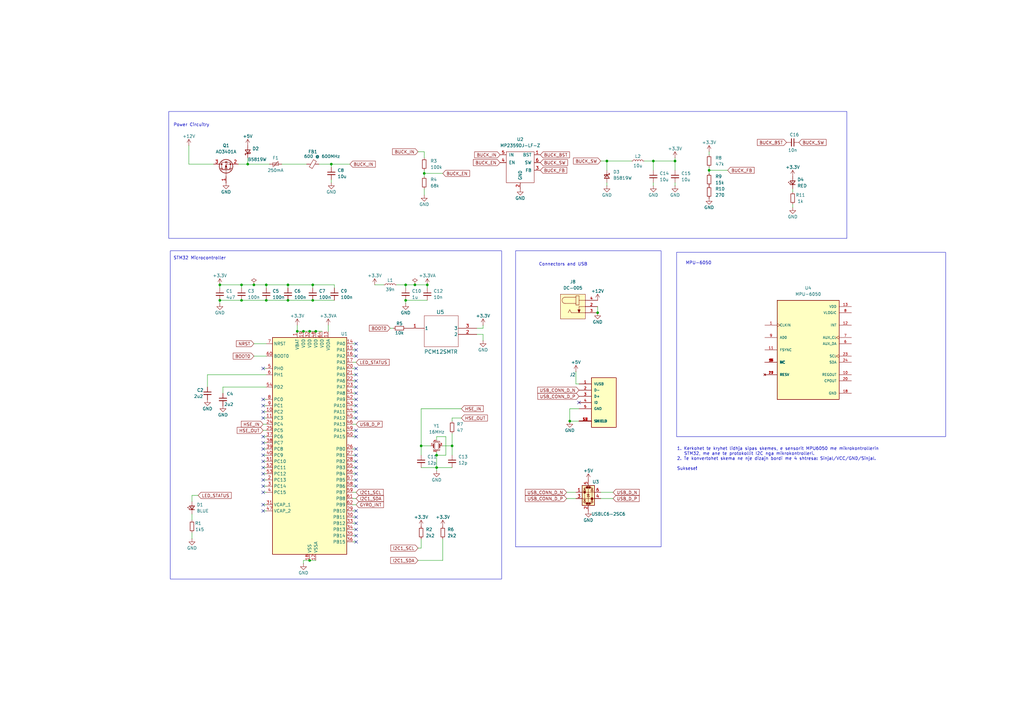
<source format=kicad_sch>
(kicad_sch (version 20231120) (generator "eeschema") (generator_version "8.0")
  (paper "A3")
  (lib_symbols
    (symbol "10118193-0001LF:10118193-0001LF" (pin_names (offset 1.016))
      (property "Reference" "J" (at -5.0817 10.9286 0))
      (property "Value" "10118193-0001LF" (at -5.0819 -12.7097 0))
      (symbol "10118193-0001LF_0_0"
        (pin passive line (at -10.16 7.62 0) (length 5.08) (name "VUSB") (number "1"))
        (pin passive line (at -10.16 5.08 0) (length 5.08) (name "D-") (number "2"))
        (pin passive line (at -10.16 2.54 0) (length 5.08) (name "D+") (number "3"))
        (pin passive line (at -10.16 0 0) (length 5.08) (name "ID") (number "4"))
        (pin passive line (at -10.16 -2.54 0) (length 5.08) (name "GND") (number "5"))
        (pin passive line (at -10.16 -7.62 0) (length 5.08) (name "SHIELD") (number "S1"))
        (pin passive line (at -10.16 -7.62 0) (length 5.08) (name "SHIELD") (number "S2"))
        (pin passive line (at -10.16 -7.62 0) (length 5.08) (name "SHIELD") (number "S3"))
        (pin passive line (at -10.16 -7.62 0) (length 5.08) (name "SHIELD") (number "S4"))
        (pin passive line (at -10.16 -7.62 0) (length 5.08) (name "SHIELD") (number "S5"))
        (pin passive line (at -10.16 -7.62 0) (length 5.08) (name "SHIELD") (number "S6"))
      )
    )
    (symbol "2024-11-09_23-25-21:PCM12SMTR" (pin_names (offset 0.254))
      (property "Reference" "U5" (at 20.32 10.16 0))
      (property "Value" "PCM12SMTR" (at 20.32 7.62 0))
      (symbol "PCM12SMTR_1_1"
        (pin unspecified line (at 0 0 0) (length 7.62) (name "1") (number "1"))
        (pin unspecified line (at 29.21 -2.54 180) (length 7.62) (name "2") (number "2"))
        (pin unspecified line (at 29.21 0 180) (length 7.62) (name "3") (number "3"))
      )
    )
    (symbol "DC-005:DC-005" (pin_names (offset 1.016))
      (property "Reference" "J" (at -5.0943 5.5976 0))
      (property "Value" "DC-005" (at -5.0995 -7.6398 0))
      (symbol "DC-005_0_0"
        (pin passive line (at 10.16 0 180) (length 5.08) (name "~") (number "2"))
        (pin passive line (at 10.16 -2.54 180) (length 5.08) (name "~") (number "3"))
        (pin passive line (at 10.16 2.54 180) (length 5.08) (name "~") (number "4"))
      )
    )
    (symbol "Device:C_Small" (pin_numbers hide) (pin_names (offset 0.254) hide)
      (property "Reference" "C" (at 0.254 1.778 0))
      (property "Value" "C_Small" (at 0.254 -2.032 0))
      (symbol "C_Small_1_1"
        (pin passive line (at 0 2.54 270) (length 2.032) (name "~") (number "1"))
        (pin passive line (at 0 -2.54 90) (length 2.032) (name "~") (number "2"))
      )
    )
    (symbol "Device:Crystal_GND24_Small" (pin_names (offset 1.016) hide)
      (property "Reference" "Y" (at 1.27 4.445 0))
      (property "Value" "Crystal_GND24_Small" (at 1.27 2.54 0))
      (symbol "Crystal_GND24_Small_1_1"
        (pin passive line (at -2.54 0 0) (length 1.27) (name "1") (number "1"))
        (pin passive line (at 0 -2.54 90) (length 0.635) (name "2") (number "2"))
        (pin passive line (at 2.54 0 180) (length 1.27) (name "3") (number "3"))
        (pin passive line (at 0 2.54 270) (length 0.635) (name "4") (number "4"))
      )
    )
    (symbol "Device:D_Schottky_Small" (pin_numbers hide) (pin_names (offset 0.254) hide)
      (property "Reference" "D" (at -1.27 2.032 0))
      (property "Value" "D_Schottky_Small" (at -7.112 -2.032 0))
      (symbol "D_Schottky_Small_1_1"
        (pin passive line (at -2.54 0 0) (length 1.778) (name "K") (number "1"))
        (pin passive line (at 2.54 0 180) (length 1.778) (name "A") (number "2"))
      )
    )
    (symbol "Device:Ferrite_Bead_Small" (pin_numbers hide) (pin_names (offset 0))
      (property "Reference" "FB" (at 1.905 1.27 0))
      (property "Value" "Device_Ferrite_Bead_Small" (at 1.905 -1.27 0))
      (symbol "Ferrite_Bead_Small_1_1"
        (pin passive line (at 0 2.54 270) (length 1.27) (name "~") (number "1"))
        (pin passive line (at 0 -2.54 90) (length 1.27) (name "~") (number "2"))
      )
    )
    (symbol "Device:LED_Small" (pin_numbers hide) (pin_names (offset 0.254) hide)
      (property "Reference" "D" (at -1.27 3.175 0))
      (property "Value" "LED_Small" (at -4.445 -2.54 0))
      (symbol "LED_Small_1_1"
        (pin passive line (at -2.54 0 0) (length 1.778) (name "K") (number "1"))
        (pin passive line (at 2.54 0 180) (length 1.778) (name "A") (number "2"))
      )
    )
    (symbol "Device:L_Small" (pin_numbers hide) (pin_names (offset 0.254) hide)
      (property "Reference" "L" (at 0.762 1.016 0))
      (property "Value" "L_Small" (at 0.762 -1.016 0))
      (symbol "L_Small_1_1"
        (pin passive line (at 0 2.54 270) (length 0.508) (name "~") (number "1"))
        (pin passive line (at 0 -2.54 90) (length 0.508) (name "~") (number "2"))
      )
    )
    (symbol "Device:Polyfuse_Small" (pin_numbers hide) (pin_names (offset 0))
      (property "Reference" "F" (at -1.905 0 90))
      (property "Value" "Polyfuse_Small" (at 1.905 0 90))
      (symbol "Polyfuse_Small_1_1"
        (pin passive line (at 0 2.54 270) (length 0.635) (name "~") (number "1"))
        (pin passive line (at 0 -2.54 90) (length 0.635) (name "~") (number "2"))
      )
    )
    (symbol "Device:R_Small" (pin_numbers hide) (pin_names (offset 0.254) hide)
      (property "Reference" "R" (at 0.762 0.508 0))
      (property "Value" "R_Small" (at 0.762 -1.016 0))
      (symbol "R_Small_1_1"
        (pin passive line (at 0 2.54 270) (length 0.762) (name "~") (number "1"))
        (pin passive line (at 0 -2.54 90) (length 0.762) (name "~") (number "2"))
      )
    )
    (symbol "MCU_ST_STM32F4:STM32F405RGTx"
      (property "Reference" "U1" (at 14.224 47.244 0))
      (property "Value" "STM32F405RGT6" (at 12.7 -44.45 0))
      (symbol "STM32F405RGTx_1_1"
        (pin power_in line (at -5.08 48.26 270) (length 2.54) (name "VBAT") (number "1"))
        (pin bidirectional line (at -17.78 15.24 0) (length 2.54) (name "PC2") (number "10"))
        (pin bidirectional line (at -17.78 12.7 0) (length 2.54) (name "PC3") (number "11"))
        (pin power_in line (at 2.54 -45.72 90) (length 2.54) (name "VSSA") (number "12"))
        (pin power_in line (at 7.62 48.26 270) (length 2.54) (name "VDDA") (number "13"))
        (pin bidirectional line (at 17.78 43.18 180) (length 2.54) (name "PA0") (number "14"))
        (pin bidirectional line (at 17.78 40.64 180) (length 2.54) (name "PA1") (number "15"))
        (pin bidirectional line (at 17.78 38.1 180) (length 2.54) (name "PA2") (number "16"))
        (pin bidirectional line (at 17.78 35.56 180) (length 2.54) (name "PA3") (number "17"))
        (pin power_in line (at 0 -45.72 90) (length 2.54) (name "VSS") (number "18"))
        (pin power_in line (at -2.54 48.26 270) (length 2.54) (name "VDD") (number "19"))
        (pin bidirectional line (at -17.78 -12.7 0) (length 2.54) (name "PC13") (number "2"))
        (pin bidirectional line (at 17.78 33.02 180) (length 2.54) (name "PA4") (number "20"))
        (pin bidirectional line (at 17.78 30.48 180) (length 2.54) (name "PA5") (number "21"))
        (pin bidirectional line (at 17.78 27.94 180) (length 2.54) (name "PA6") (number "22"))
        (pin bidirectional line (at 17.78 25.4 180) (length 2.54) (name "PA7") (number "23"))
        (pin bidirectional line (at -17.78 10.16 0) (length 2.54) (name "PC4") (number "24"))
        (pin bidirectional line (at -17.78 7.62 0) (length 2.54) (name "PC5") (number "25"))
        (pin bidirectional line (at 17.78 0 180) (length 2.54) (name "PB0") (number "26"))
        (pin bidirectional line (at 17.78 -2.54 180) (length 2.54) (name "PB1") (number "27"))
        (pin bidirectional line (at 17.78 -5.08 180) (length 2.54) (name "PB2") (number "28"))
        (pin bidirectional line (at 17.78 -25.4 180) (length 2.54) (name "PB10") (number "29"))
        (pin bidirectional line (at -17.78 -15.24 0) (length 2.54) (name "PC14") (number "3"))
        (pin bidirectional line (at 17.78 -27.94 180) (length 2.54) (name "PB11") (number "30"))
        (pin power_out line (at -17.78 -22.86 0) (length 2.54) (name "VCAP_1") (number "31"))
        (pin power_in line (at 0 48.26 270) (length 2.54) (name "VDD") (number "32"))
        (pin bidirectional line (at 17.78 -30.48 180) (length 2.54) (name "PB12") (number "33"))
        (pin bidirectional line (at 17.78 -33.02 180) (length 2.54) (name "PB13") (number "34"))
        (pin bidirectional line (at 17.78 -35.56 180) (length 2.54) (name "PB14") (number "35"))
        (pin bidirectional line (at 17.78 -38.1 180) (length 2.54) (name "PB15") (number "36"))
        (pin bidirectional line (at -17.78 5.08 0) (length 2.54) (name "PC6") (number "37"))
        (pin bidirectional line (at -17.78 2.54 0) (length 2.54) (name "PC7") (number "38"))
        (pin bidirectional line (at -17.78 0 0) (length 2.54) (name "PC8") (number "39"))
        (pin bidirectional line (at -17.78 -17.78 0) (length 2.54) (name "PC15") (number "4"))
        (pin bidirectional line (at -17.78 -2.54 0) (length 2.54) (name "PC9") (number "40"))
        (pin bidirectional line (at 17.78 22.86 180) (length 2.54) (name "PA8") (number "41"))
        (pin bidirectional line (at 17.78 20.32 180) (length 2.54) (name "PA9") (number "42"))
        (pin bidirectional line (at 17.78 17.78 180) (length 2.54) (name "PA10") (number "43"))
        (pin bidirectional line (at 17.78 15.24 180) (length 2.54) (name "PA11") (number "44"))
        (pin bidirectional line (at 17.78 12.7 180) (length 2.54) (name "PA12") (number "45"))
        (pin bidirectional line (at 17.78 10.16 180) (length 2.54) (name "PA13") (number "46"))
        (pin power_out line (at -17.78 -25.4 0) (length 2.54) (name "VCAP_2") (number "47"))
        (pin power_in line (at 2.54 48.26 270) (length 2.54) (name "VDD") (number "48"))
        (pin bidirectional line (at 17.78 7.62 180) (length 2.54) (name "PA14") (number "49"))
        (pin bidirectional line (at -17.78 33.02 0) (length 2.54) (name "PH0") (number "5"))
        (pin bidirectional line (at 17.78 5.08 180) (length 2.54) (name "PA15") (number "50"))
        (pin bidirectional line (at -17.78 -5.08 0) (length 2.54) (name "PC10") (number "51"))
        (pin bidirectional line (at -17.78 -7.62 0) (length 2.54) (name "PC11") (number "52"))
        (pin bidirectional line (at -17.78 -10.16 0) (length 2.54) (name "PC12") (number "53"))
        (pin bidirectional line (at -17.78 25.4 0) (length 2.54) (name "PD2") (number "54"))
        (pin bidirectional line (at 17.78 -7.62 180) (length 2.54) (name "PB3") (number "55"))
        (pin bidirectional line (at 17.78 -10.16 180) (length 2.54) (name "PB4") (number "56"))
        (pin bidirectional line (at 17.78 -12.7 180) (length 2.54) (name "PB5") (number "57"))
        (pin bidirectional line (at 17.78 -15.24 180) (length 2.54) (name "PB6") (number "58"))
        (pin bidirectional line (at 17.78 -17.78 180) (length 2.54) (name "PB7") (number "59"))
        (pin bidirectional line (at -17.78 30.48 0) (length 2.54) (name "PH1") (number "6"))
        (pin input line (at -17.78 38.1 0) (length 2.54) (name "BOOT0") (number "60"))
        (pin bidirectional line (at 17.78 -20.32 180) (length 2.54) (name "PB8") (number "61"))
        (pin bidirectional line (at 17.78 -22.86 180) (length 2.54) (name "PB9") (number "62"))
        (pin passive line (at 0 -45.72 90) (length 2.54) hide (name "VSS") (number "63"))
        (pin power_in line (at 5.08 48.26 270) (length 2.54) (name "VDD") (number "64"))
        (pin input line (at -17.78 43.18 0) (length 2.54) (name "NRST") (number "7"))
        (pin bidirectional line (at -17.78 20.32 0) (length 2.54) (name "PC0") (number "8"))
        (pin bidirectional line (at -17.78 17.78 0) (length 2.54) (name "PC1") (number "9"))
      )
    )
    (symbol "MPU-6050:MPU-6050" (pin_names (offset 1.016))
      (property "Reference" "U" (at -12.7 21.082 0))
      (property "Value" "MPU-6050" (at -12.7 -22.86 0))
      (symbol "MPU-6050_0_0"
        (pin input clock (at -17.78 10.16 0) (length 5.08) (name "CLKIN") (number "1"))
        (pin passive line (at 17.78 -10.16 180) (length 5.08) (name "REGOUT") (number "10"))
        (pin input line (at -17.78 0 0) (length 5.08) (name "FSYNC") (number "11"))
        (pin output line (at 17.78 10.16 180) (length 5.08) (name "INT") (number "12"))
        (pin power_in line (at 17.78 17.78 180) (length 5.08) (name "VDD") (number "13"))
        (pin passive line (at -17.78 -5.08 0) (length 5.08) (name "NC") (number "14"))
        (pin passive line (at -17.78 -5.08 0) (length 5.08) (name "NC") (number "15"))
        (pin passive line (at -17.78 -5.08 0) (length 5.08) (name "NC") (number "16"))
        (pin passive line (at -17.78 -5.08 0) (length 5.08) (name "NC") (number "17"))
        (pin power_in line (at 17.78 -17.78 180) (length 5.08) (name "GND") (number "18"))
        (pin no_connect line (at -17.78 -10.16 0) (length 5.08) (name "RESV") (number "19"))
        (pin passive line (at -17.78 -5.08 0) (length 5.08) (name "NC") (number "2"))
        (pin passive line (at 17.78 -12.7 180) (length 5.08) (name "CPOUT") (number "20"))
        (pin no_connect line (at -17.78 -10.16 0) (length 5.08) (name "RESV") (number "21"))
        (pin no_connect line (at -17.78 -10.16 0) (length 5.08) (name "RESV") (number "22"))
        (pin input clock (at 17.78 -2.54 180) (length 5.08) (name "SCL") (number "23"))
        (pin bidirectional line (at 17.78 -5.08 180) (length 5.08) (name "SDA") (number "24"))
        (pin passive line (at -17.78 -5.08 0) (length 5.08) (name "NC") (number "3"))
        (pin passive line (at -17.78 -5.08 0) (length 5.08) (name "NC") (number "4"))
        (pin passive line (at -17.78 -5.08 0) (length 5.08) (name "NC") (number "5"))
        (pin bidirectional line (at 17.78 2.54 180) (length 5.08) (name "AUX_DA") (number "6"))
        (pin output clock (at 17.78 5.08 180) (length 5.08) (name "AUX_CL") (number "7"))
        (pin power_in line (at 17.78 15.24 180) (length 5.08) (name "VLOGIC") (number "8"))
        (pin input line (at -17.78 5.08 0) (length 5.08) (name "AD0") (number "9"))
      )
    )
    (symbol "Power_Protection:USBLC6-2SC6" (pin_names hide)
      (property "Reference" "U" (at 0.635 5.715 0))
      (property "Value" "USBLC6-2SC6" (at 0.635 3.81 0))
      (symbol "USBLC6-2SC6_1_1"
        (pin passive line (at -5.08 0 0) (length 2.54) (name "I/O1") (number "1"))
        (pin passive line (at 0 -7.62 90) (length 2.54) (name "GND") (number "2"))
        (pin passive line (at -5.08 -2.54 0) (length 2.54) (name "I/O2") (number "3"))
        (pin passive line (at 5.08 -2.54 180) (length 2.54) (name "I/O2") (number "4"))
        (pin passive line (at 0 5.08 270) (length 2.54) (name "VBUS") (number "5"))
        (pin passive line (at 5.08 0 180) (length 2.54) (name "I/O1") (number "6"))
      )
    )
    (symbol "SchmillipKiCADLibrary:MP2359DJ-LF-Z" (pin_names (offset 1.016))
      (property "Reference" "U" (at 0 9.525 0))
      (property "Value" "SchmillipKiCADLibrary_MP2359DJ-LF-Z" (at 10.16 -6.35 0))
      (symbol "MP2359DJ-LF-Z_1_1"
        (pin input line (at 8.255 6.35 180) (length 2.54) (name "BST") (number "1"))
        (pin power_in line (at 0 -7.62 90) (length 2.54) (name "GND") (number "2"))
        (pin input line (at 8.255 0 180) (length 2.54) (name "FB") (number "3"))
        (pin input line (at -8.255 3.175 0) (length 2.54) (name "EN") (number "4"))
        (pin power_in line (at -8.255 6.35 0) (length 2.54) (name "IN") (number "5"))
        (pin power_out line (at 8.255 3.175 180) (length 2.54) (name "SW") (number "6"))
      )
    )
    (symbol "Transistor_FET:AO3401A" (pin_names hide)
      (property "Reference" "Q" (at 5.08 1.905 0))
      (property "Value" "AO3401A" (at 5.08 0 0))
      (symbol "AO3401A_1_1"
        (pin input line (at -5.08 0 0) (length 2.54) (name "G") (number "1"))
        (pin passive line (at 2.54 -5.08 90) (length 2.54) (name "S") (number "2"))
        (pin passive line (at 2.54 5.08 270) (length 2.54) (name "D") (number "3"))
      )
    )
    (symbol "power:+12V" (power) (pin_numbers hide) (pin_names (offset 0) hide)
      (property "Value" "+12V" (at 0 3.556 0))
      (symbol "+12V_1_1"
        (pin power_in line (at 0 0 90) (length 0) (name "~") (number "1"))
      )
    )
    (symbol "power:+3.3V" (power) (pin_numbers hide) (pin_names (offset 0) hide)
      (property "Value" "+3.3V" (at 0 3.556 0))
      (symbol "+3.3V_1_1"
        (pin power_in line (at 0 0 90) (length 0) (name "~") (number "1"))
      )
    )
    (symbol "power:+3.3VA" (power) (pin_numbers hide) (pin_names (offset 0) hide)
      (property "Value" "+3.3VA" (at 0 3.556 0))
      (symbol "+3.3VA_1_1"
        (pin power_in line (at 0 0 90) (length 0) (name "~") (number "1"))
      )
    )
    (symbol "power:+5V" (power) (pin_numbers hide) (pin_names (offset 0) hide)
      (property "Value" "+5V" (at 0 3.556 0))
      (symbol "+5V_1_1"
        (pin power_in line (at 0 0 90) (length 0) (name "~") (number "1"))
      )
    )
    (symbol "power:GND" (power) (pin_numbers hide) (pin_names (offset 0) hide)
      (property "Value" "GND" (at 0 -3.81 0))
      (symbol "GND_1_1"
        (pin power_in line (at 0 0 270) (length 0) (name "~") (number "1"))
      )
    )
    (symbol "power:PWR_FLAG" (power) (pin_numbers hide) (pin_names (offset 0) hide)
      (property "Value" "PWR_FLAG" (at 0 3.81 0))
      (symbol "PWR_FLAG_0_0"
        (pin power_out line (at 0 0 90) (length 0) (name "~") (number "1"))
      )
    )
  )
  (junction (at 129.54 135.89))
  (junction (at 99.06 123.19))
  (junction (at 172.72 182.88))
  (junction (at 90.17 123.19))
  (junction (at 179.07 191.77))
  (junction (at 127 229.87))
  (junction (at 173.99 71.12))
  (junction (at 175.26 116.84))
  (junction (at 267.97 66.04))
  (junction (at 166.37 123.19))
  (junction (at 248.92 66.04))
  (junction (at 170.18 116.84))
  (junction (at 233.68 172.72))
  (junction (at 109.22 116.84))
  (junction (at 101.6 67.31))
  (junction (at 118.11 116.84))
  (junction (at 104.14 116.84))
  (junction (at 99.06 116.84))
  (junction (at 290.83 69.85))
  (junction (at 276.86 66.04))
  (junction (at 109.22 123.19))
  (junction (at 135.89 67.31))
  (junction (at 90.17 116.84))
  (junction (at 166.37 116.84))
  (junction (at 124.46 135.89))
  (junction (at 245.11 128.27))
  (junction (at 127 135.89))
  (junction (at 128.27 123.19))
  (junction (at 128.27 116.84))
  (junction (at 118.11 123.19))
  (junction (at 179.07 186.69))
  (junction (at 121.92 135.89))
  (junction (at 185.42 182.88))
  (no_connect (at 146.05 166.37))
  (no_connect (at 107.95 166.37))
  (no_connect (at 107.95 189.23))
  (no_connect (at 146.05 156.21))
  (no_connect (at 107.95 199.39))
  (no_connect (at 107.95 196.85))
  (no_connect (at 107.95 201.93))
  (no_connect (at 107.95 186.69))
  (no_connect (at 146.05 143.51))
  (no_connect (at 146.05 158.75))
  (no_connect (at 146.05 194.31))
  (no_connect (at 107.95 207.01))
  (no_connect (at 107.95 194.31))
  (no_connect (at 146.05 179.07))
  (no_connect (at 107.95 171.45))
  (no_connect (at 146.05 212.09))
  (no_connect (at 146.05 217.17))
  (no_connect (at 146.05 184.15))
  (no_connect (at 107.95 168.91))
  (no_connect (at 146.05 219.71))
  (no_connect (at 107.95 179.07))
  (no_connect (at 146.05 189.23))
  (no_connect (at 107.95 209.55))
  (no_connect (at 146.05 146.05))
  (no_connect (at 146.05 214.63))
  (no_connect (at 107.95 184.15))
  (no_connect (at 146.05 163.83))
  (no_connect (at 146.05 176.53))
  (no_connect (at 107.95 151.13))
  (no_connect (at 107.95 181.61))
  (no_connect (at 146.05 161.29))
  (no_connect (at 146.05 186.69))
  (no_connect (at 146.05 222.25))
  (no_connect (at 146.05 209.55))
  (no_connect (at 146.05 196.85))
  (no_connect (at 146.05 140.97))
  (no_connect (at 107.95 191.77))
  (no_connect (at 146.05 171.45))
  (no_connect (at 146.05 153.67))
  (no_connect (at 146.05 191.77))
  (no_connect (at 146.05 151.13))
  (no_connect (at 107.95 163.83))
  (no_connect (at 237.49 165.1))
  (no_connect (at 146.05 168.91))
  (no_connect (at 146.05 199.39))
  (wire (pts (xy 144.78 153.67) (xy 146.05 153.67)))
  (wire (pts (xy 107.95 201.93) (xy 109.22 201.93)))
  (wire (pts (xy 107.95 163.83) (xy 109.22 163.83)))
  (wire (pts (xy 107.95 207.01) (xy 109.22 207.01)))
  (wire (pts (xy 172.72 167.64) (xy 172.72 182.88)))
  (wire (pts (xy 90.17 116.84) (xy 90.17 118.11)))
  (wire (pts (xy 179.07 180.34) (xy 179.07 179.07)))
  (wire (pts (xy 185.42 177.8) (xy 185.42 182.88)))
  (wire (pts (xy 99.06 116.84) (xy 104.14 116.84)))
  (wire (pts (xy 146.05 161.29) (xy 144.78 161.29)))
  (wire (pts (xy 128.27 118.11) (xy 128.27 116.84)))
  (wire (pts (xy 146.05 163.83) (xy 144.78 163.83)))
  (wire (pts (xy 175.26 116.84) (xy 170.18 116.84)))
  (wire (pts (xy 146.05 148.59) (xy 144.78 148.59)))
  (wire (pts (xy 237.49 167.64) (xy 233.68 167.64)))
  (wire (pts (xy 121.92 135.89) (xy 124.46 135.89)))
  (wire (pts (xy 166.37 116.84) (xy 162.56 116.84)))
  (wire (pts (xy 107.95 171.45) (xy 109.22 171.45)))
  (wire (pts (xy 107.95 199.39) (xy 109.22 199.39)))
  (wire (pts (xy 107.95 196.85) (xy 109.22 196.85)))
  (wire (pts (xy 77.47 59.69) (xy 77.47 67.31)))
  (wire (pts (xy 290.83 63.5) (xy 290.83 62.23)))
  (wire (pts (xy 146.05 209.55) (xy 144.78 209.55)))
  (wire (pts (xy 90.17 124.46) (xy 90.17 123.19)))
  (wire (pts (xy 81.28 203.2) (xy 78.74 203.2)))
  (wire (pts (xy 135.89 68.58) (xy 135.89 67.31)))
  (wire (pts (xy 233.68 172.72) (xy 237.49 172.72)))
  (wire (pts (xy 90.17 123.19) (xy 99.06 123.19)))
  (wire (pts (xy 107.95 181.61) (xy 109.22 181.61)))
  (wire (pts (xy 109.22 123.19) (xy 118.11 123.19)))
  (wire (pts (xy 290.83 69.85) (xy 290.83 71.12)))
  (wire (pts (xy 146.05 207.01) (xy 144.78 207.01)))
  (wire (pts (xy 179.07 193.04) (xy 179.07 191.77)))
  (wire (pts (xy 99.06 118.11) (xy 99.06 116.84)))
  (wire (pts (xy 173.99 71.12) (xy 173.99 69.85)))
  (wire (pts (xy 146.05 171.45) (xy 144.78 171.45)))
  (wire (pts (xy 107.95 179.07) (xy 109.22 179.07)))
  (wire (pts (xy 78.74 213.36) (xy 78.74 210.82)))
  (wire (pts (xy 198.12 137.16) (xy 195.58 137.16)))
  (wire (pts (xy 124.46 231.14) (xy 124.46 229.87)))
  (wire (pts (xy 248.92 69.85) (xy 248.92 66.04)))
  (wire (pts (xy 185.42 171.45) (xy 185.42 172.72)))
  (wire (pts (xy 248.92 66.04) (xy 246.38 66.04)))
  (wire (pts (xy 109.22 118.11) (xy 109.22 116.84)))
  (wire (pts (xy 181.61 71.12) (xy 173.99 71.12)))
  (wire (pts (xy 144.78 151.13) (xy 146.05 151.13)))
  (wire (pts (xy 91.44 161.29) (xy 91.44 158.75)))
  (wire (pts (xy 146.05 196.85) (xy 144.78 196.85)))
  (wire (pts (xy 146.05 184.15) (xy 144.78 184.15)))
  (wire (pts (xy 195.58 134.62) (xy 198.12 134.62)))
  (wire (pts (xy 104.14 146.05) (xy 109.22 146.05)))
  (wire (pts (xy 146.05 217.17) (xy 144.78 217.17)))
  (wire (pts (xy 325.12 78.74) (xy 325.12 77.47)))
  (wire (pts (xy 181.61 182.88) (xy 185.42 182.88)))
  (wire (pts (xy 171.45 229.87) (xy 181.61 229.87)))
  (wire (pts (xy 276.86 64.77) (xy 276.86 66.04)))
  (wire (pts (xy 107.95 173.99) (xy 109.22 173.99)))
  (wire (pts (xy 245.11 125.73) (xy 245.11 128.27)))
  (wire (pts (xy 110.49 67.31) (xy 101.6 67.31)))
  (wire (pts (xy 173.99 80.01) (xy 173.99 77.47)))
  (wire (pts (xy 246.38 204.47) (xy 251.46 204.47)))
  (wire (pts (xy 146.05 199.39) (xy 144.78 199.39)))
  (wire (pts (xy 179.07 185.42) (xy 179.07 186.69)))
  (wire (pts (xy 107.95 166.37) (xy 109.22 166.37)))
  (wire (pts (xy 99.06 123.19) (xy 109.22 123.19)))
  (wire (pts (xy 146.05 222.25) (xy 144.78 222.25)))
  (wire (pts (xy 182.88 179.07) (xy 182.88 186.69)))
  (wire (pts (xy 181.61 229.87) (xy 181.61 220.98)))
  (wire (pts (xy 146.05 191.77) (xy 144.78 191.77)))
  (wire (pts (xy 87.63 67.31) (xy 77.47 67.31)))
  (wire (pts (xy 107.95 189.23) (xy 109.22 189.23)))
  (wire (pts (xy 146.05 194.31) (xy 144.78 194.31)))
  (wire (pts (xy 290.83 69.85) (xy 290.83 68.58)))
  (wire (pts (xy 179.07 186.69) (xy 179.07 191.77)))
  (wire (pts (xy 276.86 66.04) (xy 267.97 66.04)))
  (wire (pts (xy 90.17 116.84) (xy 99.06 116.84)))
  (wire (pts (xy 104.14 140.97) (xy 109.22 140.97)))
  (wire (pts (xy 107.95 168.91) (xy 109.22 168.91)))
  (wire (pts (xy 124.46 135.89) (xy 127 135.89)))
  (wire (pts (xy 85.09 158.75) (xy 85.09 153.67)))
  (wire (pts (xy 128.27 123.19) (xy 137.16 123.19)))
  (wire (pts (xy 109.22 116.84) (xy 118.11 116.84)))
  (wire (pts (xy 146.05 166.37) (xy 144.78 166.37)))
  (wire (pts (xy 171.45 224.79) (xy 172.72 224.79)))
  (wire (pts (xy 143.51 67.31) (xy 135.89 67.31)))
  (wire (pts (xy 276.86 69.85) (xy 276.86 66.04)))
  (wire (pts (xy 170.18 116.84) (xy 166.37 116.84)))
  (wire (pts (xy 85.09 153.67) (xy 109.22 153.67)))
  (wire (pts (xy 97.79 67.31) (xy 101.6 67.31)))
  (wire (pts (xy 118.11 118.11) (xy 118.11 116.84)))
  (wire (pts (xy 78.74 220.98) (xy 78.74 218.44)))
  (wire (pts (xy 236.22 157.48) (xy 237.49 157.48)))
  (wire (pts (xy 134.62 133.35) (xy 134.62 135.89)))
  (wire (pts (xy 146.05 168.91) (xy 144.78 168.91)))
  (wire (pts (xy 276.86 76.2) (xy 276.86 74.93)))
  (wire (pts (xy 146.05 186.69) (xy 144.78 186.69)))
  (wire (pts (xy 171.45 62.23) (xy 173.99 62.23)))
  (wire (pts (xy 160.02 134.62) (xy 161.29 134.62)))
  (wire (pts (xy 172.72 167.64) (xy 189.23 167.64)))
  (wire (pts (xy 144.78 146.05) (xy 146.05 146.05)))
  (wire (pts (xy 107.95 176.53) (xy 109.22 176.53)))
  (wire (pts (xy 173.99 72.39) (xy 173.99 71.12)))
  (wire (pts (xy 182.88 186.69) (xy 179.07 186.69)))
  (wire (pts (xy 259.08 66.04) (xy 248.92 66.04)))
  (wire (pts (xy 233.68 167.64) (xy 233.68 172.72)))
  (wire (pts (xy 179.07 191.77) (xy 185.42 191.77)))
  (wire (pts (xy 78.74 203.2) (xy 78.74 205.74)))
  (wire (pts (xy 267.97 76.2) (xy 267.97 74.93)))
  (wire (pts (xy 298.45 69.85) (xy 290.83 69.85)))
  (wire (pts (xy 107.95 186.69) (xy 109.22 186.69)))
  (wire (pts (xy 179.07 179.07) (xy 182.88 179.07)))
  (wire (pts (xy 236.22 152.4) (xy 236.22 157.48)))
  (wire (pts (xy 101.6 64.77) (xy 101.6 67.31)))
  (wire (pts (xy 118.11 116.84) (xy 128.27 116.84)))
  (wire (pts (xy 107.95 209.55) (xy 109.22 209.55)))
  (wire (pts (xy 144.78 143.51) (xy 146.05 143.51)))
  (wire (pts (xy 198.12 134.62) (xy 198.12 133.35)))
  (wire (pts (xy 246.38 201.93) (xy 251.46 201.93)))
  (wire (pts (xy 91.44 158.75) (xy 109.22 158.75)))
  (wire (pts (xy 172.72 186.69) (xy 172.72 182.88)))
  (wire (pts (xy 232.41 204.47) (xy 236.22 204.47)))
  (wire (pts (xy 127 135.89) (xy 129.54 135.89)))
  (wire (pts (xy 118.11 123.19) (xy 128.27 123.19)))
  (wire (pts (xy 146.05 212.09) (xy 144.78 212.09)))
  (wire (pts (xy 146.05 176.53) (xy 144.78 176.53)))
  (wire (pts (xy 166.37 124.46) (xy 166.37 123.19)))
  (wire (pts (xy 232.41 201.93) (xy 236.22 201.93)))
  (wire (pts (xy 173.99 62.23) (xy 173.99 64.77)))
  (wire (pts (xy 325.12 85.09) (xy 325.12 83.82)))
  (wire (pts (xy 127 229.87) (xy 129.54 229.87)))
  (wire (pts (xy 129.54 135.89) (xy 132.08 135.89)))
  (wire (pts (xy 146.05 214.63) (xy 144.78 214.63)))
  (wire (pts (xy 146.05 173.99) (xy 144.78 173.99)))
  (wire (pts (xy 166.37 123.19) (xy 175.26 123.19)))
  (wire (pts (xy 124.46 229.87) (xy 127 229.87)))
  (wire (pts (xy 146.05 158.75) (xy 144.78 158.75)))
  (wire (pts (xy 107.95 194.31) (xy 109.22 194.31)))
  (wire (pts (xy 146.05 140.97) (xy 144.78 140.97)))
  (wire (pts (xy 175.26 118.11) (xy 175.26 116.84)))
  (wire (pts (xy 172.72 224.79) (xy 172.72 220.98)))
  (wire (pts (xy 189.23 171.45) (xy 185.42 171.45)))
  (wire (pts (xy 153.67 116.84) (xy 157.48 116.84)))
  (wire (pts (xy 146.05 201.93) (xy 144.78 201.93)))
  (wire (pts (xy 146.05 189.23) (xy 144.78 189.23)))
  (wire (pts (xy 267.97 66.04) (xy 264.16 66.04)))
  (wire (pts (xy 172.72 182.88) (xy 176.53 182.88)))
  (wire (pts (xy 135.89 67.31) (xy 130.81 67.31)))
  (wire (pts (xy 146.05 156.21) (xy 144.78 156.21)))
  (wire (pts (xy 107.95 151.13) (xy 109.22 151.13)))
  (wire (pts (xy 137.16 116.84) (xy 137.16 118.11)))
  (wire (pts (xy 146.05 204.47) (xy 144.78 204.47)))
  (wire (pts (xy 107.95 191.77) (xy 109.22 191.77)))
  (wire (pts (xy 248.92 76.2) (xy 248.92 74.93)))
  (wire (pts (xy 179.07 191.77) (xy 172.72 191.77)))
  (wire (pts (xy 267.97 69.85) (xy 267.97 66.04)))
  (wire (pts (xy 121.92 133.35) (xy 121.92 135.89)))
  (wire (pts (xy 104.14 116.84) (xy 109.22 116.84)))
  (wire (pts (xy 146.05 179.07) (xy 144.78 179.07)))
  (wire (pts (xy 135.89 74.93) (xy 135.89 73.66)))
  (wire (pts (xy 107.95 184.15) (xy 109.22 184.15)))
  (wire (pts (xy 146.05 219.71) (xy 144.78 219.71)))
  (wire (pts (xy 166.37 118.11) (xy 166.37 116.84)))
  (wire (pts (xy 185.42 186.69) (xy 185.42 182.88)))
  (wire (pts (xy 115.57 67.31) (xy 125.73 67.31)))
  (wire (pts (xy 128.27 116.84) (xy 137.16 116.84)))
  (wire (pts (xy 198.12 139.7) (xy 198.12 137.16)))
  (rectangle (start 69.215 45.72) (end 347.345 97.79))
  (rectangle (start 277.495 103.505) (end 387.858 179.07))
  (rectangle (start 211.455 102.87) (end 271.145 224.282))
  (rectangle (start 69.85 102.87) (end 205.74 237.49))
  (text "MPU-6050" (at 286.512 107.95 0) (effects (font (size 1.27 1.27))))
  (text "STM32 Microcontroller" (at 71.12 106.68 0) (effects (font (size 1.27 1.27)) (justify left bottom)))
  (text "Connectors and USB" (at 220.98 109.22 0) (effects (font (size 1.27 1.27)) (justify left bottom)))
  (text "Power Circuitry" (at 71.12 52.07 0) (effects (font (size 1.27 1.27)) (justify left bottom)))
  (text "1. Kerkohet te kryhet lidhja sipas skemes, e sensorit MPU6050 me mikrokontrollerin\n   STM32, me ane te protokollit I2C nga mikrokontrolleri.\n2. Te konvertohet skema ne nje dizajn bordi me 4 shtresa: Sinjal/VCC/GND/Sinjal.\n\nSuksese!" (at 277.622 188.214 0) (effects (font (size 1.27 1.27)) (justify left)))
  (global_label "BUCK_SW" (shape input) (at 327.66 58.42 0) (property "Intersheetrefs" "${INTERSHEET_REFS}" (effects (hide yes))))
  (global_label "I2C1_SDA" (shape input) (at 171.45 229.87 180) (property "Intersheetrefs" "${INTERSHEET_REFS}" (effects (hide yes))))
  (global_label "USB_D_N" (shape input) (at 251.46 201.93 0) (property "Intersheetrefs" "${INTERSHEET_REFS}" (effects (hide yes))))
  (global_label "BOOT0" (shape input) (at 160.02 134.62 180) (property "Intersheetrefs" "${INTERSHEET_REFS}" (effects (hide yes))))
  (global_label "HSE_IN" (shape input) (at 107.95 173.99 180) (property "Intersheetrefs" "${INTERSHEET_REFS}" (effects (hide yes))))
  (global_label "HSE_OUT" (shape input) (at 107.95 176.53 180) (property "Intersheetrefs" "${INTERSHEET_REFS}" (effects (hide yes))))
  (global_label "BOOT0" (shape input) (at 104.14 146.05 180) (property "Intersheetrefs" "${INTERSHEET_REFS}" (effects (hide yes))))
  (global_label "I2C1_SCL" (shape input) (at 146.05 201.93 0) (property "Intersheetrefs" "${INTERSHEET_REFS}" (effects (hide yes))))
  (global_label "BUCK_EN" (shape input) (at 181.61 71.12 0) (property "Intersheetrefs" "${INTERSHEET_REFS}" (effects (hide yes))))
  (global_label "USB_CONN_D_N" (shape input) (at 232.41 201.93 180) (property "Intersheetrefs" "${INTERSHEET_REFS}" (effects (hide yes))))
  (global_label "I2C1_SDA" (shape input) (at 146.05 204.47 0) (property "Intersheetrefs" "${INTERSHEET_REFS}" (effects (hide yes))))
  (global_label "GYRO_INT" (shape input) (at 146.05 207.01 0) (property "Intersheetrefs" "${INTERSHEET_REFS}" (effects (hide yes))))
  (global_label "USB_CONN_D_P" (shape input) (at 232.41 204.47 180) (property "Intersheetrefs" "${INTERSHEET_REFS}" (effects (hide yes))))
  (global_label "BUCK_BST" (shape input) (at 322.58 58.42 180) (property "Intersheetrefs" "${INTERSHEET_REFS}" (effects (hide yes))))
  (global_label "LED_STATUS" (shape input) (at 146.05 148.59 0) (property "Intersheetrefs" "${INTERSHEET_REFS}" (effects (hide yes))))
  (global_label "BUCK_IN" (shape input) (at 143.51 67.31 0) (property "Intersheetrefs" "${INTERSHEET_REFS}" (effects (hide yes))))
  (global_label "I2C1_SCL" (shape input) (at 171.45 224.79 180) (property "Intersheetrefs" "${INTERSHEET_REFS}" (effects (hide yes))))
  (global_label "BUCK_SW" (shape input) (at 221.615 66.675 0) (property "Intersheetrefs" "${INTERSHEET_REFS}" (effects (hide yes))))
  (global_label "HSE_IN" (shape input) (at 189.23 167.64 0) (property "Intersheetrefs" "${INTERSHEET_REFS}" (effects (hide yes))))
  (global_label "NRST" (shape input) (at 104.14 140.97 180) (property "Intersheetrefs" "${INTERSHEET_REFS}" (effects (hide yes))))
  (global_label "LED_STATUS" (shape input) (at 81.28 203.2 0) (property "Intersheetrefs" "${INTERSHEET_REFS}" (effects (hide yes))))
  (global_label "BUCK_IN" (shape input) (at 171.45 62.23 180) (property "Intersheetrefs" "${INTERSHEET_REFS}" (effects (hide yes))))
  (global_label "HSE_OUT" (shape input) (at 189.23 171.45 0) (property "Intersheetrefs" "${INTERSHEET_REFS}" (effects (hide yes))))
  (global_label "BUCK_SW" (shape input) (at 246.38 66.04 180) (property "Intersheetrefs" "${INTERSHEET_REFS}" (effects (hide yes))))
  (global_label "USB_CONN_D_P" (shape input) (at 237.49 162.56 180) (property "Intersheetrefs" "${INTERSHEET_REFS}" (effects (hide yes))))
  (global_label "BUCK_FB" (shape input) (at 221.615 69.85 0) (property "Intersheetrefs" "${INTERSHEET_REFS}" (effects (hide yes))))
  (global_label "USB_D_P" (shape input) (at 146.05 173.99 0) (property "Intersheetrefs" "${INTERSHEET_REFS}" (effects (hide yes))))
  (global_label "USB_CONN_D_N" (shape input) (at 237.49 160.02 180) (property "Intersheetrefs" "${INTERSHEET_REFS}" (effects (hide yes))))
  (global_label "USB_D_P" (shape input) (at 251.46 204.47 0) (property "Intersheetrefs" "${INTERSHEET_REFS}" (effects (hide yes))))
  (global_label "BUCK_BST" (shape input) (at 221.615 63.5 0) (property "Intersheetrefs" "${INTERSHEET_REFS}" (effects (hide yes))))
  (global_label "BUCK_EN" (shape input) (at 205.105 66.675 180) (property "Intersheetrefs" "${INTERSHEET_REFS}" (effects (hide yes))))
  (global_label "BUCK_FB" (shape input) (at 298.45 69.85 0) (property "Intersheetrefs" "${INTERSHEET_REFS}" (effects (hide yes))))
  (global_label "BUCK_IN" (shape input) (at 205.105 63.5 180) (property "Intersheetrefs" "${INTERSHEET_REFS}" (effects (hide yes))))
  (symbol (lib_id "Device:D_Schottky_Small") (at 101.6 62.23 90) (unit 1)
    (property "Reference" "D2" (at 103.505 60.96 90) (effects (justify right)))
    (property "Value" "B5819W" (at 101.6 65.405 90) (effects (justify right)))
    (property "Footprint" "Diode_SMD:D_SOD-123" (effects (hide yes)))
    (property "LCSC Part #" "C8598" (effects (hide yes)))
  )
  (symbol (lib_id "Device:C_Small") (at 325.12 58.42 270) (unit 1)
    (property "Reference" "C16" (at 323.85 55.245 90) (effects (justify left)))
    (property "Value" "10n" (at 323.215 61.595 90) (effects (justify left)))
    (property "Footprint" "Capacitor_SMD:C_0603_1608Metric" (effects (hide yes)))
    (property "LCSC Part #" "C57112" (effects (hide yes)))
  )
  (symbol (lib_id "power:GND") (at 233.68 172.72 0) (unit 1)
    (property "Reference" "#PWR027" (effects (hide yes)))
    (property "Value" "GND" (at 233.68 176.53 0))
  )
  (symbol (lib_id "Device:C_Small") (at 185.42 189.23 0) (unit 1)
    (property "Reference" "C13" (at 187.96 187.325 0) (effects (justify left)))
    (property "Value" "12p" (at 187.96 189.865 0) (effects (justify left)))
    (property "Footprint" "Capacitor_SMD:C_0402_1005Metric" (effects (hide yes)))
    (property "LCSC Part #" "C1547" (effects (hide yes)))
  )
  (symbol (lib_id "power:+3.3V") (at 90.17 116.84 0) (unit 1)
    (property "Reference" "#PWR03" (effects (hide yes)))
    (property "Value" "+3.3V" (at 90.17 113.03 0))
  )
  (symbol (lib_id "Device:C_Small") (at 137.16 120.65 0) (unit 1)
    (property "Reference" "C9" (at 139.7 119.38 0) (effects (justify left)))
    (property "Value" "100n" (at 139.7 121.92 0) (effects (justify left)))
    (property "Footprint" "Capacitor_SMD:C_0402_1005Metric" (effects (hide yes)))
    (property "LCSC Part #" "C1525" (effects (hide yes)))
  )
  (symbol (lib_id "power:GND") (at 90.17 124.46 0) (unit 1)
    (property "Reference" "#PWR04" (effects (hide yes)))
    (property "Value" "GND" (at 90.17 128.27 0))
  )
  (symbol (lib_id "Device:R_Small") (at 173.99 67.31 0) (unit 1)
    (property "Reference" "R3" (at 176.53 66.04 0) (effects (justify left)))
    (property "Value" "100k" (at 176.53 68.58 0) (effects (justify left)))
    (property "Footprint" "Resistor_SMD:R_0603_1608Metric" (effects (hide yes)))
    (property "LCSC Part #" "C25803" (effects (hide yes)))
  )
  (symbol (lib_id "power:GND") (at 248.92 76.2 0) (unit 1)
    (property "Reference" "#PWR029" (effects (hide yes)))
    (property "Value" "GND" (at 248.92 80.01 0))
  )
  (symbol (lib_id "power:+3.3V") (at 276.86 64.77 0) (unit 1)
    (property "Reference" "#PWR031" (effects (hide yes)))
    (property "Value" "+3.3V" (at 276.86 60.96 0))
  )
  (symbol (lib_id "Device:R_Small") (at 181.61 218.44 0) (unit 1)
    (property "Reference" "R6" (at 183.515 217.17 0) (effects (justify left)))
    (property "Value" "2k2" (at 183.515 219.71 0) (effects (justify left)))
    (property "Footprint" "Resistor_SMD:R_0402_1005Metric" (effects (hide yes)))
    (property "LCSC Part #" "C25879" (effects (hide yes)))
  )
  (symbol (lib_id "SchmillipKiCADLibrary:MP2359DJ-LF-Z") (at 213.36 69.85 0) (unit 1)
    (property "Reference" "U2" (at 213.36 57.15 0))
    (property "Value" "MP2359DJ-LF-Z" (at 213.36 59.69 0))
    (property "Footprint" "Package_TO_SOT_SMD:SOT-23-6" (effects (hide yes)))
    (property "LCSC Part #" "C14259" (effects (hide yes)))
  )
  (symbol (lib_id "power:GND") (at 166.37 124.46 0) (unit 1)
    (property "Reference" "#PWR014" (effects (hide yes)))
    (property "Value" "GND" (at 166.37 128.27 0))
  )
  (symbol (lib_id "Device:L_Small") (at 261.62 66.04 90) (unit 1)
    (property "Reference" "L2" (at 261.62 64.135 90))
    (property "Value" "10u" (at 261.62 67.945 90))
    (property "Footprint" "SPM6530T-100M-HZ:IND_SPM6530T-100M-HZ" (effects (hide yes)))
    (property "Description" "TDK SPM6530T-100M-HZ" (effects (hide yes)))
    (property "LCSC Part #" "C360728" (effects (hide yes)))
  )
  (symbol (lib_id "power:+12V") (at 77.47 59.69 0) (unit 1)
    (property "Reference" "#PWR01" (effects (hide yes)))
    (property "Value" "+12V" (at 77.47 55.88 0))
  )
  (symbol (lib_id "power:GND") (at 135.89 74.93 0) (unit 1)
    (property "Reference" "#PWR012" (effects (hide yes)))
    (property "Value" "GND" (at 135.89 78.74 0))
  )
  (symbol (lib_id "power:GND") (at 91.44 166.37 0) (unit 1)
    (property "Reference" "#PWR07" (effects (hide yes)))
    (property "Value" "GND" (at 91.44 170.18 0))
  )
  (symbol (lib_id "Device:C_Small") (at 128.27 120.65 0) (unit 1)
    (property "Reference" "C7" (at 130.81 119.38 0) (effects (justify left)))
    (property "Value" "100n" (at 130.81 121.92 0) (effects (justify left)))
    (property "Footprint" "Capacitor_SMD:C_0402_1005Metric" (effects (hide yes)))
    (property "LCSC Part #" "C1525" (effects (hide yes)))
  )
  (symbol (lib_id "Device:C_Small") (at 267.97 72.39 0) (unit 1)
    (property "Reference" "C14" (at 270.51 71.12 0) (effects (justify left)))
    (property "Value" "10u" (at 270.51 73.66 0) (effects (justify left)))
    (property "Footprint" "Capacitor_SMD:C_1206_3216Metric" (effects (hide yes)))
    (property "LCSC Part #" "C13585" (effects (hide yes)))
  )
  (symbol (lib_id "Device:C_Small") (at 109.22 120.65 0) (unit 1)
    (property "Reference" "C5" (at 111.76 119.38 0) (effects (justify left)))
    (property "Value" "100n" (at 111.76 121.92 0) (effects (justify left)))
    (property "Footprint" "Capacitor_SMD:C_0402_1005Metric" (effects (hide yes)))
    (property "LCSC Part #" "C1525" (effects (hide yes)))
  )
  (symbol (lib_id "Device:Polyfuse_Small") (at 113.03 67.31 270) (unit 1)
    (property "Reference" "F1" (at 113.03 64.77 90))
    (property "Value" "250mA" (at 113.03 69.85 90))
    (property "Footprint" "Fuse:Fuse_1206_3216Metric" (effects (hide yes)))
    (property "LCSC Part #" "C369159" (effects (hide yes)))
  )
  (symbol (lib_id "Device:Ferrite_Bead_Small") (at 128.27 67.31 270) (unit 1)
    (property "Reference" "FB1" (at 128.27 62.23 90))
    (property "Value" "600 @ 600MHz" (at 132.08 64.135 90))
    (property "Footprint" "Inductor_SMD:L_0805_2012Metric" (effects (hide yes)))
    (property "LCSC Part #" "C1017" (effects (hide yes)))
  )
  (symbol (lib_id "power:+5V") (at 236.22 152.4 0) (unit 1)
    (property "Reference" "#PWR028" (effects (hide yes)))
    (property "Value" "+5V" (at 236.22 148.59 0))
  )
  (symbol (lib_id "Device:R_Small") (at 185.42 175.26 0) (unit 1)
    (property "Reference" "R7" (at 187.325 173.99 0) (effects (justify left)))
    (property "Value" "47" (at 187.325 176.53 0) (effects (justify left)))
    (property "Footprint" "Resistor_SMD:R_0402_1005Metric" (effects (hide yes)))
    (property "LCSC Part #" "C25118" (effects (hide yes)))
  )
  (symbol (lib_id "power:GND") (at 198.12 139.7 0) (unit 1)
    (property "Reference" "#PWR021" (effects (hide yes)))
    (property "Value" "GND" (at 198.12 143.51 0))
  )
  (symbol (lib_id "power:GND") (at 85.09 163.83 0) (unit 1)
    (property "Reference" "#PWR05" (effects (hide yes)))
    (property "Value" "GND" (at 85.09 167.64 0))
  )
  (symbol (lib_id "power:+3.3V") (at 181.61 215.9 0) (unit 1)
    (property "Reference" "#PWR019" (effects (hide yes)))
    (property "Value" "+3.3V" (at 181.61 212.09 0))
  )
  (symbol (lib_id "Device:C_Small") (at 175.26 120.65 0) (unit 1)
    (property "Reference" "C12" (at 177.8 119.38 0) (effects (justify left)))
    (property "Value" "10n" (at 177.8 121.92 0) (effects (justify left)))
    (property "Footprint" "Capacitor_SMD:C_0402_1005Metric" (effects (hide yes)))
    (property "LCSC Part #" "C15195" (effects (hide yes)))
  )
  (symbol (lib_id "power:GND") (at 267.97 76.2 0) (unit 1)
    (property "Reference" "#PWR030" (effects (hide yes)))
    (property "Value" "GND" (at 267.97 80.01 0))
  )
  (symbol (lib_id "power:GND") (at 124.46 231.14 0) (unit 1)
    (property "Reference" "#PWR010" (effects (hide yes)))
    (property "Value" "GND" (at 124.46 234.95 0))
  )
  (symbol (lib_id "10118193-0001LF:10118193-0001LF") (at 247.65 165.1 0) (unit 1)
    (property "Reference" "J2" (at 233.68 153.6699 0) (effects (justify left)))
    (property "Value" "10118193-0001LF" (effects (hide yes)))
    (property "Footprint" "10118193-0001LF:AMPHENOL_10118193-0001LF" (effects (hide yes)))
    (property "MF" "AMPHENOL ICC / FCI" (effects (hide yes)))
    (property "MAXIMUM_PACKAGE_HEIGHT" "2.55 mm" (effects (hide yes)))
    (property "Package" "None" (effects (hide yes)))
    (property "Price" "None" (effects (hide yes)))
    (property "Check_prices" "https://www.snapeda.com/parts/10118193-0001LF/Amphenol/view-part/?ref=eda" (effects (hide yes)))
    (property "STANDARD" "Manufacturer Recommendations" (effects (hide yes)))
    (property "PARTREV" "E" (effects (hide yes)))
    (property "SnapEDA_Link" "https://www.snapeda.com/parts/10118193-0001LF/Amphenol/view-part/?ref=snap" (effects (hide yes)))
    (property "MP" "10118193-0001LF" (effects (hide yes)))
    (property "Description_1" "\n                        \n                            Right Angle Surface Mount Mount Female USB Connector 100 V ac 1.8A | Amphenol FCI (Amphenol CS) 10118193-0001LF\n                        \n" (effects (hide yes)))
    (property "Availability" "In Stock" (effects (hide yes)))
    (property "MANUFACTURER" "Amphenol FCI" (effects (hide yes)))
  )
  (symbol (lib_id "power:PWR_FLAG") (at 104.14 116.84 0) (unit 1)
    (property "Reference" "#FLG01" (effects (hide yes)))
    (property "Value" "PWR_FLAG" (effects (hide yes)))
    (property "Description" "Special symbol for telling ERC where power comes from" (effects (hide yes)))
  )
  (symbol (lib_id "Device:C_Small") (at 85.09 161.29 0) (unit 1)
    (property "Reference" "C2" (at 80.772 160.02 0) (effects (justify left)))
    (property "Value" "2u2" (at 79.502 162.56 0) (effects (justify left)))
    (property "Footprint" "Capacitor_SMD:C_0603_1608Metric" (effects (hide yes)))
    (property "LCSC Part #" "C23630" (effects (hide yes)))
  )
  (symbol (lib_id "Device:LED_Small") (at 78.74 208.28 90) (unit 1)
    (property "Reference" "D1" (at 80.645 207.01 90) (effects (justify right)))
    (property "Value" "BLUE" (at 80.645 209.55 90) (effects (justify right)))
    (property "Footprint" "LED_SMD:LED_0603_1608Metric" (effects (hide yes)))
    (property "LCSC Part #" "C72041" (effects (hide yes)))
  )
  (symbol (lib_id "Device:R_Small") (at 325.12 81.28 180) (unit 1)
    (property "Reference" "R11" (at 328.295 80.01 0))
    (property "Value" "1k" (at 328.295 82.55 0))
    (property "Footprint" "Resistor_SMD:R_0603_1608Metric" (effects (hide yes)))
    (property "LCSC Part #" "C21190" (effects (hide yes)))
  )
  (symbol (lib_id "Device:L_Small") (at 160.02 116.84 90) (unit 1)
    (property "Reference" "L1" (at 160.02 114.935 90))
    (property "Value" "39n" (at 160.02 118.745 90))
    (property "Footprint" "Inductor_SMD:L_0402_1005Metric" (effects (hide yes)))
    (property "LCSC Part #" "C26443" (effects (hide yes)))
  )
  (symbol (lib_id "power:+3.3V") (at 290.83 62.23 0) (unit 1)
    (property "Reference" "#PWR037" (effects (hide yes)))
    (property "Value" "+3.3V" (at 290.83 58.42 0))
  )
  (symbol (lib_id "power:+3.3VA") (at 134.62 133.35 0) (unit 1)
    (property "Reference" "#PWR011" (effects (hide yes)))
    (property "Value" "+3.3VA" (at 134.62 129.54 0))
  )
  (symbol (lib_id "power:GND") (at 245.11 128.27 0) (unit 1)
    (property "Reference" "#PWR024" (effects (hide yes)))
    (property "Value" "GND" (at 245.11 132.08 0))
  )
  (symbol (lib_id "Device:R_Small") (at 290.83 66.04 0) (unit 1)
    (property "Reference" "R8" (at 293.37 64.77 0) (effects (justify left)))
    (property "Value" "47k" (at 293.37 67.31 0) (effects (justify left)))
    (property "Footprint" "Resistor_SMD:R_0603_1608Metric" (effects (hide yes)))
    (property "LCSC Part #" "C25819" (effects (hide yes)))
  )
  (symbol (lib_id "Device:C_Small") (at 172.72 189.23 0) (unit 1)
    (property "Reference" "C11" (at 175.26 187.325 0) (effects (justify left)))
    (property "Value" "12p" (at 175.26 189.865 0) (effects (justify left)))
    (property "Footprint" "Capacitor_SMD:C_0402_1005Metric" (effects (hide yes)))
    (property "LCSC Part #" "C1547" (effects (hide yes)))
  )
  (symbol (lib_id "power:+3.3VA") (at 175.26 116.84 0) (unit 1)
    (property "Reference" "#PWR017" (effects (hide yes)))
    (property "Value" "+3.3VA" (at 175.26 113.03 0))
  )
  (symbol (lib_id "power:+3.3V") (at 325.12 72.39 0) (unit 1)
    (property "Reference" "#PWR042" (effects (hide yes)))
    (property "Value" "+3.3V" (at 325.12 68.58 0))
  )
  (symbol (lib_id "Device:C_Small") (at 118.11 120.65 0) (unit 1)
    (property "Reference" "C6" (at 120.65 119.38 0) (effects (justify left)))
    (property "Value" "100n" (at 120.65 121.92 0) (effects (justify left)))
    (property "Footprint" "Capacitor_SMD:C_0402_1005Metric" (effects (hide yes)))
    (property "LCSC Part #" "C1525" (effects (hide yes)))
  )
  (symbol (lib_id "power:+5V") (at 101.6 59.69 0) (unit 1)
    (property "Reference" "#PWR08" (effects (hide yes)))
    (property "Value" "+5V" (at 101.6 55.88 0))
  )
  (symbol (lib_id "Device:C_Small") (at 166.37 120.65 0) (unit 1)
    (property "Reference" "C10" (at 168.91 119.38 0) (effects (justify left)))
    (property "Value" "1u" (at 168.91 121.92 0) (effects (justify left)))
    (property "Footprint" "Capacitor_SMD:C_0402_1005Metric" (effects (hide yes)))
    (property "LCSC Part #" "C52923" (effects (hide yes)))
  )
  (symbol (lib_id "power:+5V") (at 241.3 196.85 0) (unit 1)
    (property "Reference" "#PWR039" (effects (hide yes)))
    (property "Value" "+5V" (at 241.3 193.04 0))
  )
  (symbol (lib_id "MPU-6050:MPU-6050") (at 331.47 143.51 0) (unit 1)
    (property "Reference" "U4" (at 331.47 118.11 0))
    (property "Value" "MPU-6050" (at 331.47 120.65 0))
    (property "Footprint" "MPU-6050:QFN50P400X400X95-24N" (effects (hide yes)))
    (property "MF" "TDK InvenSense" (effects (hide yes)))
    (property "MAXIMUM_PACKAGE_HEIGHT" "0.95mm" (effects (hide yes)))
    (property "Package" "QFN-24 InvenSense" (effects (hide yes)))
    (property "Price" "None" (effects (hide yes)))
    (property "Check_prices" "https://www.snapeda.com/parts/MPU-6050/TDK+InvenSense/view-part/?ref=eda" (effects (hide yes)))
    (property "STANDARD" "IPC-7351B" (effects (hide yes)))
    (property "PARTREV" "3.4" (effects (hide yes)))
    (property "SnapEDA_Link" "https://www.snapeda.com/parts/MPU-6050/TDK+InvenSense/view-part/?ref=snap" (effects (hide yes)))
    (property "MP" "MPU-6050" (effects (hide yes)))
    (property "Description_1" "\n                        \n                            MPU-6050 series Accelerometer, Gyroscope, 3 Axis Sensor Evaluation Board\n                        \n" (effects (hide yes)))
    (property "Availability" "In Stock" (effects (hide yes)))
    (property "MANUFACTURER" "InvenSense" (effects (hide yes)))
  )
  (symbol (lib_id "power:GND") (at 276.86 76.2 0) (unit 1)
    (property "Reference" "#PWR032" (effects (hide yes)))
    (property "Value" "GND" (at 276.86 80.01 0))
  )
  (symbol (lib_id "Power_Protection:USBLC6-2SC6") (at 241.3 201.93 0) (unit 1)
    (property "Reference" "U3" (at 244.348 197.612 0))
    (property "Value" "USBLC6-2SC6" (at 249.555 210.82 0))
    (property "Footprint" "Package_TO_SOT_SMD:SOT-23-6" (effects (hide yes)))
    (property "Datasheet" "https://www.st.com/resource/en/datasheet/usblc6-2.pdf" (effects (hide yes)))
    (property "LCSC Part #" "C7519" (effects (hide yes)))
  )
  (symbol (lib_id "2024-11-09_23-25-21:PCM12SMTR") (at 166.37 134.62 0) (unit 1)
    (property "Reference" "U5" (at 180.594 128.016 0) (effects (font (size 1.524 1.524))))
    (property "Value" "PCM12SMTR" (at 180.848 144.272 0) (effects (font (size 1.524 1.524))))
    (property "Footprint" "KiCad:PCM12SMTR" (effects (hide yes)))
    (property "Datasheet" "PCM12SMTR" (effects (hide yes)))
  )
  (symbol (lib_id "MCU_ST_STM32F4:STM32F405RGTx") (at 127 184.15 0) (unit 1)
    (property "Reference" "U1" (at 141.224 136.906 0))
    (property "Value" "STM32F405RGT6" (effects (hide yes)))
    (property "Footprint" "Package_QFP:LQFP-64_10x10mm_P0.5mm" (effects (hide yes)))
    (property "Datasheet" "http://www.st.com/st-web-ui/static/active/en/resource/technical/document/datasheet/DM00037051.pdf" (effects (hide yes)))
    (property "LCSC Part #" "C15742" (effects (hide yes)))
  )
  (symbol (lib_id "power:+3.3V") (at 153.67 116.84 0) (unit 1)
    (property "Reference" "#PWR013" (effects (hide yes)))
    (property "Value" "+3.3V" (at 153.67 113.03 0))
  )
  (symbol (lib_id "power:+3.3V") (at 121.92 133.35 0) (unit 1)
    (property "Reference" "#PWR09" (effects (hide yes)))
    (property "Value" "+3.3V" (at 121.92 129.54 0))
  )
  (symbol (lib_id "Device:R_Small") (at 290.83 73.66 0) (unit 1)
    (property "Reference" "R9" (at 293.37 72.39 0) (effects (justify left)))
    (property "Value" "15k" (at 293.37 74.93 0) (effects (justify left)))
    (property "Footprint" "Resistor_SMD:R_0603_1608Metric" (effects (hide yes)))
    (property "LCSC Part #" "C22809" (effects (hide yes)))
  )
  (symbol (lib_id "Device:R_Small") (at 173.99 74.93 0) (unit 1)
    (property "Reference" "R4" (at 176.53 73.66 0) (effects (justify left)))
    (property "Value" "68k" (at 176.53 76.2 0) (effects (justify left)))
    (property "Footprint" "Resistor_SMD:R_0603_1608Metric" (effects (hide yes)))
    (property "LCSC Part #" "C23231" (effects (hide yes)))
  )
  (symbol (lib_id "Device:C_Small") (at 135.89 71.12 0) (unit 1)
    (property "Reference" "C8" (at 138.43 69.85 0) (effects (justify left)))
    (property "Value" "10u" (at 138.43 72.39 0) (effects (justify left)))
    (property "Footprint" "Capacitor_SMD:C_1206_3216Metric" (effects (hide yes)))
    (property "LCSC Part #" "C13585" (effects (hide yes)))
  )
  (symbol (lib_id "power:GND") (at 290.83 81.28 0) (unit 1)
    (property "Reference" "#PWR038" (effects (hide yes)))
    (property "Value" "GND" (at 290.83 85.09 0))
  )
  (symbol (lib_id "power:+3.3V") (at 172.72 215.9 0) (unit 1)
    (property "Reference" "#PWR015" (effects (hide yes)))
    (property "Value" "+3.3V" (at 172.72 212.09 0))
  )
  (symbol (lib_id "power:GND") (at 213.36 77.47 0) (unit 1)
    (property "Reference" "#PWR022" (effects (hide yes)))
    (property "Value" "GND" (at 213.36 81.28 0))
  )
  (symbol (lib_id "power:GND") (at 92.71 74.93 0) (unit 1)
    (property "Reference" "#PWR06" (effects (hide yes)))
    (property "Value" "GND" (at 92.71 78.74 0))
  )
  (symbol (lib_id "Device:C_Small") (at 276.86 72.39 0) (unit 1)
    (property "Reference" "C15" (at 279.4 71.12 0) (effects (justify left)))
    (property "Value" "10u" (at 279.4 73.66 0) (effects (justify left)))
    (property "Footprint" "Capacitor_SMD:C_1206_3216Metric" (effects (hide yes)))
    (property "LCSC Part #" "C13585" (effects (hide yes)))
  )
  (symbol (lib_id "DC-005:DC-005") (at 234.95 125.73 0) (unit 1)
    (property "Reference" "J8" (at 234.95 115.57 0))
    (property "Value" "DC-005" (at 234.95 118.11 0))
    (property "Footprint" "DC-005:NINIGI_DC-005" (effects (hide yes)))
    (property "MF" "Best Inc." (effects (hide yes)))
    (property "DESCRIPTION" "Conn Dc Power Jack 2.1mm" (effects (hide yes)))
    (property "PACKAGE" "None" (effects (hide yes)))
    (property "PRICE" "None" (effects (hide yes)))
    (property "Package" "DC Power Jack Best Inc." (effects (hide yes)))
    (property "Check_prices" "https://www.snapeda.com/parts/DC-005/Best+Inc./view-part/?ref=eda" (effects (hide yes)))
    (property "Price" "None" (effects (hide yes)))
    (property "SnapEDA_Link" "https://www.snapeda.com/parts/DC-005/Best+Inc./view-part/?ref=snap" (effects (hide yes)))
    (property "MP" "DC-005" (effects (hide yes)))
    (property "Availability" "Not in stock" (effects (hide yes)))
    (property "AVAILABILITY" "Unavailable" (effects (hide yes)))
    (property "Description_1" "\n                        \n                            6.4x14.2x9.0mm Power DC Receptacle\n                        \n" (effects (hide yes)))
  )
  (symbol (lib_id "power:GND") (at 325.12 85.09 0) (unit 1)
    (property "Reference" "#PWR043" (effects (hide yes)))
    (property "Value" "GND" (at 325.12 88.9 0))
  )
  (symbol (lib_id "Device:D_Schottky_Small") (at 248.92 72.39 270) (unit 1)
    (property "Reference" "D3" (at 251.46 70.485 90) (effects (justify left)))
    (property "Value" "B5819W" (at 251.46 73.025 90) (effects (justify left)))
    (property "Footprint" "Diode_SMD:D_SOD-123" (effects (hide yes)))
    (property "LCSC Part #" "C8598" (effects (hide yes)))
  )
  (symbol (lib_id "power:GND") (at 173.99 80.01 0) (unit 1)
    (property "Reference" "#PWR016" (effects (hide yes)))
    (property "Value" "GND" (at 173.99 83.82 0))
  )
  (symbol (lib_id "Device:C_Small") (at 99.06 120.65 0) (unit 1)
    (property "Reference" "C3" (at 101.6 119.38 0) (effects (justify left)))
    (property "Value" "100n" (at 101.6 121.92 0) (effects (justify left)))
    (property "Footprint" "Capacitor_SMD:C_0402_1005Metric" (effects (hide yes)))
    (property "LCSC Part #" "C1525" (effects (hide yes)))
  )
  (symbol (lib_id "Device:R_Small") (at 78.74 215.9 180) (unit 1)
    (property "Reference" "R1" (at 81.28 214.63 0))
    (property "Value" "1k5" (at 81.915 217.17 0))
    (property "Footprint" "Resistor_SMD:R_0603_1608Metric" (effects (hide yes)))
    (property "LCSC Part #" "C22843" (effects (hide yes)))
  )
  (symbol (lib_id "power:GND") (at 179.07 193.04 0) (unit 1)
    (property "Reference" "#PWR018" (effects (hide yes)))
    (property "Value" "GND" (at 179.07 196.85 0))
  )
  (symbol (lib_id "power:PWR_FLAG") (at 170.18 116.84 0) (unit 1)
    (property "Reference" "#FLG03" (effects (hide yes)))
    (property "Value" "PWR_FLAG" (effects (hide yes)))
    (property "Description" "Special symbol for telling ERC where power comes from" (effects (hide yes)))
  )
  (symbol (lib_id "power:+12V") (at 245.11 123.19 0) (unit 1)
    (property "Reference" "#PWR023" (effects (hide yes)))
    (property "Value" "+12V" (at 245.11 119.38 0))
  )
  (symbol (lib_id "Transistor_FET:AO3401A") (at 92.71 69.85 90) (unit 1)
    (property "Reference" "Q1" (at 92.71 59.69 90))
    (property "Value" "AO3401A" (at 92.71 62.23 90))
    (property "Footprint" "Package_TO_SOT_SMD:SOT-23" (effects (hide yes)))
    (property "Datasheet" "http://www.aosmd.com/pdfs/datasheet/AO3401A.pdf" (effects (hide yes)))
    (property "LCSC Part #" "C15127" (effects (hide yes)))
  )
  (symbol (lib_id "Device:R_Small") (at 163.83 134.62 270) (unit 1)
    (property "Reference" "R5" (at 163.83 132.715 90))
    (property "Value" "10k" (at 163.83 136.525 90))
    (property "Footprint" "Resistor_SMD:R_0402_1005Metric" (effects (hide yes)))
    (property "LCSC Part #" "C25744" (effects (hide yes)))
  )
  (symbol (lib_id "power:+3.3V") (at 198.12 133.35 0) (unit 1)
    (property "Reference" "#PWR020" (effects (hide yes)))
    (property "Value" "+3.3V" (at 198.12 129.54 0))
  )
  (symbol (lib_id "Device:LED_Small") (at 325.12 74.93 90) (unit 1)
    (property "Reference" "D4" (at 327.025 73.66 90) (effects (justify right)))
    (property "Value" "RED" (at 327.025 76.2 90) (effects (justify right)))
    (property "Footprint" "LED_SMD:LED_0603_1608Metric" (effects (hide yes)))
    (property "LCSC Part #" "C2286" (effects (hide yes)))
  )
  (symbol (lib_id "power:GND") (at 241.3 209.55 0) (unit 1)
    (property "Reference" "#PWR040" (effects (hide yes)))
    (property "Value" "GND" (at 241.3 213.36 0))
  )
  (symbol (lib_id "Device:Crystal_GND24_Small") (at 179.07 182.88 0) (unit 1)
    (property "Reference" "Y1" (at 177.8 174.625 0) (effects (justify left)))
    (property "Value" "16MHz" (at 175.895 177.165 0) (effects (justify left)))
    (property "Footprint" "Crystal:Crystal_SMD_3225-4Pin_3.2x2.5mm" (effects (hide yes)))
    (property "LCSC Part #" "C13738" (effects (hide yes)))
  )
  (symbol (lib_id "power:GND") (at 78.74 220.98 0) (unit 1)
    (property "Reference" "#PWR02" (effects (hide yes)))
    (property "Value" "GND" (at 78.74 224.79 0))
  )
  (symbol (lib_id "Device:C_Small") (at 90.17 120.65 0) (unit 1)
    (property "Reference" "C1" (at 92.71 119.38 0) (effects (justify left)))
    (property "Value" "4u7" (at 92.71 121.92 0) (effects (justify left)))
    (property "Footprint" "Capacitor_SMD:C_0603_1608Metric" (effects (hide yes)))
    (property "LCSC Part #" "C19666" (effects (hide yes)))
  )
  (symbol (lib_id "Device:C_Small") (at 91.44 163.83 0) (unit 1)
    (property "Reference" "C4" (at 92.964 161.544 0) (effects (justify left)))
    (property "Value" "2u2" (at 91.948 165.862 0) (effects (justify left)))
    (property "Footprint" "Capacitor_SMD:C_0603_1608Metric" (effects (hide yes)))
    (property "LCSC Part #" "C23630" (effects (hide yes)))
  )
  (symbol (lib_id "Device:R_Small") (at 290.83 78.74 0) (unit 1)
    (property "Reference" "R10" (at 293.37 77.47 0) (effects (justify left)))
    (property "Value" "270" (at 293.37 80.01 0) (effects (justify left)))
    (property "Footprint" "Resistor_SMD:R_0603_1608Metric" (effects (hide yes)))
    (property "LCSC Part #" "C22966" (effects (hide yes)))
  )
  (symbol (lib_id "Device:R_Small") (at 172.72 218.44 0) (unit 1)
    (property "Reference" "R2" (at 174.625 217.17 0) (effects (justify left)))
    (property "Value" "2k2" (at 174.625 219.71 0) (effects (justify left)))
    (property "Footprint" "Resistor_SMD:R_0402_1005Metric" (effects (hide yes)))
    (property "LCSC Part #" "C25879" (effects (hide yes)))
  )
)
</source>
